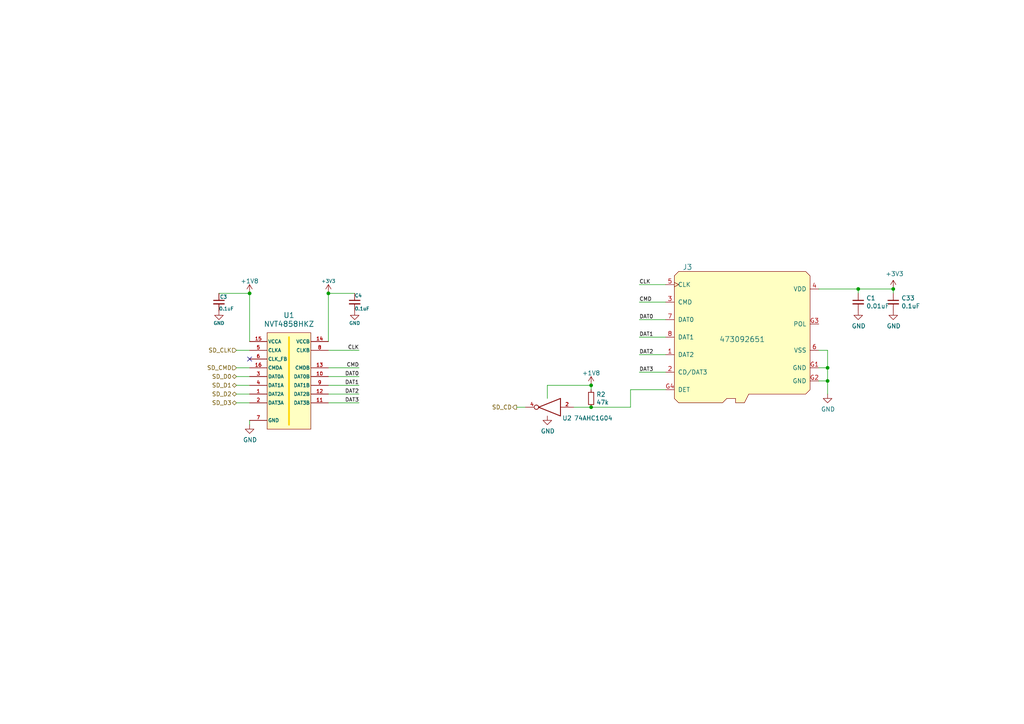
<source format=kicad_sch>
(kicad_sch (version 20250114) (generator "eeschema") (generator_version "9.0")
  (paper "A4")
  (lib_symbols
    (symbol "74xGxx:74AHC1G04" (pin_names (offset 1.016))
      (property "Reference" "U" (at -2.54 3.81 0))
      (property "Value" "74AHC1G04" (at 0 -3.81 0))
      (symbol "74AHC1G04_0_1"
        (polyline (pts (xy -3.81 2.54) (xy -3.81 -2.54) (xy 2.54 0) (xy -3.81 2.54)) (stroke (width 0.254)))
      )
      (symbol "74AHC1G04_1_1"
        (pin input line (at -7.62 0 0) (length 3.81) (name "~") (number "2"))
        (pin power_in line (at 0 2.54 90) (length 0) (hide yes) (name "VCC") (number "5"))
        (pin power_in line (at 0 -2.54 270) (length 0) (hide yes) (name "GND") (number "3"))
        (pin output inverted (at 6.35 0 180) (length 3.81) (name "~") (number "4"))
      )
    )
    (symbol "Device:C_Small" (pin_numbers (hide yes)) (pin_names (offset 0.254) (hide yes))
      (property "Reference" "C" (at 0.254 1.778 0))
      (property "Value" "C_Small" (at 0.254 -2.032 0))
      (symbol "C_Small_0_1"
        (polyline (pts (xy -1.524 0.508) (xy 1.524 0.508)) (stroke (width 0.3048)))
        (polyline (pts (xy -1.524 -0.508) (xy 1.524 -0.508)) (stroke (width 0.3302)))
      )
      (symbol "C_Small_1_1"
        (pin passive line (at 0 2.54 270) (length 2.032) (name "~") (number "1"))
        (pin passive line (at 0 -2.54 90) (length 2.032) (name "~") (number "2"))
      )
    )
    (symbol "Device:R_Small" (pin_numbers (hide yes)) (pin_names (offset 0.254) (hide yes))
      (property "Reference" "R" (at 0.762 0.508 0))
      (property "Value" "R_Small" (at 0.762 -1.016 0))
      (symbol "R_Small_0_1"
        (rectangle (start -0.762 1.778) (end 0.762 -1.778) (stroke (width 0.2032)))
      )
      (symbol "R_Small_1_1"
        (pin passive line (at 0 2.54 270) (length 0.762) (name "~") (number "1"))
        (pin passive line (at 0 -2.54 90) (length 0.762) (name "~") (number "2"))
      )
    )
    (symbol "NVT4858HKZ:NVT4858HKZ" (pin_names (offset 0.254))
      (property "Reference" "U" (at 21.844 19.304 0))
      (property "Value" "NVT4858HKZ" (at 21.844 14.224 0))
      (symbol "NVT4858HKZ_0_1"
        (pin power_in line (at -5.08 5.08 0) (length 5.08) (name "VCCA") (number "15"))
        (pin input line (at -5.08 2.54 0) (length 5.08) (name "CLKA") (number "5"))
        (pin output line (at -5.08 0 0) (length 5.08) (name "CLK_FB") (number "6"))
        (pin bidirectional line (at -5.08 -2.54 0) (length 5.08) (name "CMDA") (number "16"))
        (pin bidirectional line (at -5.08 -5.08 0) (length 5.08) (name "DAT0A") (number "3"))
        (pin bidirectional line (at -5.08 -7.62 0) (length 5.08) (name "DAT1A") (number "4"))
        (pin bidirectional line (at -5.08 -10.16 0) (length 5.08) (name "DAT2A") (number "1"))
        (pin bidirectional line (at -5.08 -12.7 0) (length 5.08) (name "DAT3A") (number "2"))
        (pin power_out line (at -5.08 -17.78 0) (length 5.08) (name "GND") (number "7"))
        (pin power_in line (at 17.78 5.08 180) (length 5.08) (name "VCCB") (number "14"))
        (pin output line (at 17.78 2.54 180) (length 5.08) (name "CLKB") (number "8"))
        (pin bidirectional line (at 17.78 -2.54 180) (length 5.08) (name "CMDB") (number "13"))
        (pin bidirectional line (at 17.78 -5.08 180) (length 5.08) (name "DAT0B") (number "10"))
        (pin bidirectional line (at 17.78 -7.62 180) (length 5.08) (name "DAT1B") (number "9"))
        (pin bidirectional line (at 17.78 -10.16 180) (length 5.08) (name "DAT2B") (number "12"))
        (pin bidirectional line (at 17.78 -12.7 180) (length 5.08) (name "DAT3B") (number "11"))
      )
      (symbol "NVT4858HKZ_1_1"
        (rectangle (start 0 7.62) (end 12.7 -20.32) (fill (type background)))
        (polyline (pts (xy 6.35 6.35) (xy 6.35 -19.05)) (stroke (width 0.5) (color 255 214 10 0.58)))
      )
    )
    (symbol "SD:0473093351" (pin_names (offset 1.016))
      (property "Reference" "J" (at -3.81 5.08 0))
      (property "Value" "0473093351" (at 12.7 5.08 0))
      (symbol "0473093351_0_1"
        (polyline (pts (xy -7.62 5.08) (xy -6.35 6.35) (xy 30.48 6.35) (xy 31.75 5.08) (xy 31.75 -27.94) (xy 30.48 -29.21) (xy 13.97 -29.21) (xy 12.7 -31.75) (xy 10.16 -31.75) (xy 10.16 -30.48) (xy 7.62 -30.48) (xy 6.35 -31.75) (xy -6.35 -31.75) (xy -7.62 -30.48) (xy -7.62 5.08)) (fill (type background)))
      )
      (symbol "0473093351_1_1"
        (pin input clock (at -10.16 2.54 0) (length 2.54) (name "CLK") (number "5"))
        (pin input line (at -10.16 -2.54 0) (length 2.54) (name "CMD") (number "3"))
        (pin bidirectional line (at -10.16 -7.62 0) (length 2.54) (name "DAT0") (number "7"))
        (pin bidirectional line (at -10.16 -12.7 0) (length 2.54) (name "DAT1") (number "8"))
        (pin bidirectional line (at -10.16 -17.78 0) (length 2.54) (name "DAT2") (number "1"))
        (pin bidirectional line (at -10.16 -22.86 0) (length 2.54) (name "CD/DAT3") (number "2"))
        (pin power_in line (at -10.16 -27.94 0) (length 2.54) (name "DET") (number "G4"))
        (pin bidirectional line (at 34.29 1.27 180) (length 2.54) (name "VDD") (number "4"))
        (pin power_in line (at 34.29 -8.89 180) (length 2.54) (name "POL") (number "G3"))
        (pin power_in line (at 34.29 -16.51 180) (length 2.54) (name "VSS") (number "6"))
        (pin power_in line (at 34.29 -21.59 180) (length 2.54) (name "GND") (number "G1"))
        (pin power_in line (at 34.29 -25.4 180) (length 2.54) (name "GND") (number "G2"))
      )
    )
    (symbol "power:+1V8" (power) (pin_names (offset 0))
      (property "Value" "+1V8" (at 0 3.556 0))
      (symbol "+1V8_0_1"
        (polyline (pts (xy -0.762 1.27) (xy 0 2.54)))
        (polyline (pts (xy 0 2.54) (xy 0.762 1.27)))
        (polyline (pts (xy 0 0) (xy 0 2.54)))
      )
      (symbol "+1V8_1_1"
        (pin power_in line (at 0 0 90) (length 0) (hide yes) (name "+1V8") (number "1"))
      )
    )
    (symbol "power:+3V3" (power) (pin_names (offset 0))
      (property "Value" "+3V3" (at 0 3.556 0))
      (symbol "+3V3_0_1"
        (polyline (pts (xy -0.762 1.27) (xy 0 2.54)))
        (polyline (pts (xy 0 2.54) (xy 0.762 1.27)))
        (polyline (pts (xy 0 0) (xy 0 2.54)))
      )
      (symbol "+3V3_1_1"
        (pin power_in line (at 0 0 90) (length 0) (hide yes) (name "+3V3") (number "1"))
      )
    )
    (symbol "power:GND" (power) (pin_names (offset 0))
      (property "Value" "GND" (at 0 -3.81 0))
      (symbol "GND_0_1"
        (polyline (pts (xy 0 0) (xy 0 -1.27) (xy 1.27 -1.27) (xy 0 -2.54) (xy -1.27 -1.27) (xy 0 -1.27)))
      )
      (symbol "GND_1_1"
        (pin power_in line (at 0 0 270) (length 0) (hide yes) (name "GND") (number "1"))
      )
    )
  )
  (junction (at 95.25 85.09))
  (junction (at 248.92 83.82))
  (junction (at 171.45 118.11))
  (junction (at 72.39 85.09))
  (junction (at 171.45 111.76))
  (junction (at 240.03 110.49))
  (junction (at 259.08 83.82))
  (junction (at 240.03 106.68))
  (no_connect (at 72.39 104.14))
  (wire (pts (xy 95.25 111.76) (xy 104.14 111.76)))
  (wire (pts (xy 166.37 118.11) (xy 171.45 118.11)))
  (wire (pts (xy 240.03 101.6) (xy 240.03 106.68)))
  (wire (pts (xy 237.49 83.82) (xy 248.92 83.82)))
  (wire (pts (xy 72.39 111.76) (xy 68.58 111.76)))
  (wire (pts (xy 182.88 118.11) (xy 171.45 118.11)))
  (wire (pts (xy 72.39 101.6) (xy 68.58 101.6)))
  (wire (pts (xy 193.04 82.55) (xy 185.42 82.55)))
  (wire (pts (xy 158.75 111.76) (xy 158.75 115.57)))
  (wire (pts (xy 95.25 114.3) (xy 104.14 114.3)))
  (wire (pts (xy 193.04 97.79) (xy 185.42 97.79)))
  (wire (pts (xy 193.04 87.63) (xy 185.42 87.63)))
  (wire (pts (xy 259.08 85.09) (xy 259.08 83.82)))
  (wire (pts (xy 240.03 106.68) (xy 240.03 110.49)))
  (wire (pts (xy 248.92 83.82) (xy 259.08 83.82)))
  (wire (pts (xy 95.25 106.68) (xy 104.14 106.68)))
  (wire (pts (xy 193.04 113.03) (xy 182.88 113.03)))
  (wire (pts (xy 72.39 114.3) (xy 68.58 114.3)))
  (wire (pts (xy 95.25 85.09) (xy 95.25 99.06)))
  (wire (pts (xy 102.87 85.09) (xy 95.25 85.09)))
  (wire (pts (xy 237.49 110.49) (xy 240.03 110.49)))
  (wire (pts (xy 95.25 101.6) (xy 104.14 101.6)))
  (wire (pts (xy 95.25 109.22) (xy 104.14 109.22)))
  (wire (pts (xy 152.4 118.11) (xy 149.86 118.11)))
  (wire (pts (xy 72.39 109.22) (xy 68.58 109.22)))
  (wire (pts (xy 95.25 116.84) (xy 104.14 116.84)))
  (wire (pts (xy 193.04 107.95) (xy 185.42 107.95)))
  (wire (pts (xy 240.03 110.49) (xy 240.03 114.3)))
  (wire (pts (xy 72.39 85.09) (xy 63.5 85.09)))
  (wire (pts (xy 240.03 101.6) (xy 237.49 101.6)))
  (wire (pts (xy 171.45 113.03) (xy 171.45 111.76)))
  (wire (pts (xy 72.39 123.19) (xy 72.39 121.92)))
  (wire (pts (xy 248.92 83.82) (xy 248.92 85.09)))
  (wire (pts (xy 182.88 113.03) (xy 182.88 118.11)))
  (wire (pts (xy 72.39 106.68) (xy 68.58 106.68)))
  (wire (pts (xy 193.04 102.87) (xy 185.42 102.87)))
  (wire (pts (xy 72.39 116.84) (xy 68.58 116.84)))
  (wire (pts (xy 193.04 92.71) (xy 185.42 92.71)))
  (wire (pts (xy 237.49 106.68) (xy 240.03 106.68)))
  (wire (pts (xy 171.45 111.76) (xy 158.75 111.76)))
  (wire (pts (xy 72.39 85.09) (xy 72.39 99.06)))
  (label "DAT0" (at 104.14 109.22 180) (effects (font (size 1.0922 1.0922))))
  (label "DAT2" (at 185.42 102.87 0) (effects (font (size 1.0922 1.0922))))
  (label "CLK" (at 104.14 101.6 180) (effects (font (size 1.0922 1.0922))))
  (label "DAT1" (at 185.42 97.79 0) (effects (font (size 1.0922 1.0922))))
  (label "DAT1" (at 104.14 111.76 180) (effects (font (size 1.0922 1.0922))))
  (label "CMD" (at 104.14 106.68 180) (effects (font (size 1.0922 1.0922))))
  (label "CLK" (at 185.42 82.55 0) (effects (font (size 1.0922 1.0922))))
  (label "DAT2" (at 104.14 114.3 180) (effects (font (size 1.0922 1.0922))))
  (label "DAT3" (at 104.14 116.84 180) (effects (font (size 1.0922 1.0922))))
  (label "DAT3" (at 185.42 107.95 0) (effects (font (size 1.0922 1.0922))))
  (label "CMD" (at 185.42 87.63 0) (effects (font (size 1.0922 1.0922))))
  (label "DAT0" (at 185.42 92.71 0) (effects (font (size 1.0922 1.0922))))
  (hierarchical_label "SD_CD" (shape output) (at 149.86 118.11 180) (effects (font (size 1.1938 1.1938))))
  (hierarchical_label "SD_D3" (shape bidirectional) (at 68.58 116.84 180) (effects (font (size 1.1938 1.1938))))
  (hierarchical_label "SD_D2" (shape bidirectional) (at 68.58 114.3 180) (effects (font (size 1.1938 1.1938))))
  (hierarchical_label "SD_D1" (shape bidirectional) (at 68.58 111.76 180) (effects (font (size 1.1938 1.1938))))
  (hierarchical_label "SD_D0" (shape bidirectional) (at 68.58 109.22 180) (effects (font (size 1.1938 1.1938))))
  (hierarchical_label "SD_CLK" (shape input) (at 68.58 101.6 180) (effects (font (size 1.1938 1.1938))))
  (hierarchical_label "SD_CMD" (shape input) (at 68.58 106.68 180) (effects (font (size 1.1938 1.1938))))
  (symbol (lib_id "Device:C_Small") (at 248.92 87.63 0) (unit 1)
    (property "Reference" "C1" (at 251.2568 86.4616 0) (effects (justify left)))
    (property "Value" "0.01uF" (at 251.2568 88.773 0) (effects (justify left)))
    (property "Footprint" "smd:C_0201_0603Metric" (effects (hide yes)))
    (property "Datasheet" "https://mm.digikey.com/Volume0/opasdata/d220001/medias/docus/41/CL03A104KQ3NNNC_SS.pdf" (effects (hide yes)))
    (property "Manufacturer_Part_Number" "CL03A104KQ3NNNC" (effects (hide yes)))
    (property "LCSC" "C285010" (effects (hide yes)))
  )
  (symbol (lib_id "74xGxx:74AHC1G04") (at 158.75 118.11 0) (mirror y) (unit 1)
    (property "Reference" "U2" (at 164.465 121.285 0))
    (property "Value" "74AHC1G04" (at 172.085 121.285 0))
    (property "Footprint" "Package_TO_SOT_SMD:SOT-353_SC-70-5" (effects (hide yes)))
    (property "Datasheet" "http://www.ti.com/lit/sg/scyt129e/scyt129e.pdf" (effects (hide yes)))
    (property "Manufacturer_Part_Number" "74AHC1G04SE-7" (effects (hide yes)))
    (property "LCSC" "C460485" (effects (hide yes)))
  )
  (symbol (lib_id "Device:R_Small") (at 171.45 115.57 0) (unit 1)
    (property "Reference" "R2" (at 172.9486 114.4016 0) (effects (justify left)))
    (property "Value" "47k" (at 172.9486 116.713 0) (effects (justify left)))
    (property "Footprint" "smd:R_0201_0603Metric" (effects (hide yes)))
    (property "Datasheet" "https://industrial.panasonic.com/cdbs/www-data/pdf/RDA0000/AOA0000C304.pdf" (effects (hide yes)))
    (property "Manufacturer_Part_Number" "1GNF4702C" (effects (hide yes)))
    (property "LCSC" "C270345" (effects (hide yes)))
  )
  (symbol (lib_id "power:GND") (at 158.75 120.65 0) (unit 1)
    (property "Reference" "#PWR0114" (effects (hide yes)))
    (property "Value" "GND" (at 158.877 125.0442 0))
  )
  (symbol (lib_id "power:GND") (at 240.03 114.3 0) (unit 1)
    (property "Reference" "#PWR0115" (effects (hide yes)))
    (property "Value" "GND" (at 240.157 118.6942 0))
  )
  (symbol (lib_id "power:GND") (at 248.92 90.17 0) (unit 1)
    (property "Reference" "#PWR0116" (effects (hide yes)))
    (property "Value" "GND" (at 249.047 94.5642 0))
  )
  (symbol (lib_id "SD:0473093351") (at 203.2 85.09 0) (unit 1)
    (property "Reference" "J3" (at 199.39 77.47 0) (effects (font (size 1.524 1.524))))
    (property "Value" "473092651" (at 215.265 98.425 0) (effects (font (size 1.524 1.524))))
    (property "Footprint" "smd:0473093351" (effects (hide yes)))
    (property "Datasheet" "https://www.molex.com/pdm_docs/ps/PS-47309-001.pdf" (effects (hide yes)))
    (property "Manufacturer_Part_Number" "473092651" (effects (hide yes)))
    (property "LCSC" "C587826" (effects (hide yes)))
  )
  (symbol (lib_id "power:GND") (at 72.39 123.19 0) (unit 1)
    (property "Reference" "#PWR039" (effects (hide yes)))
    (property "Value" "GND" (at 72.517 127.5842 0))
  )
  (symbol (lib_id "power:+1V8") (at 171.45 111.76 0) (unit 1)
    (property "Reference" "#PWR07" (effects (hide yes)))
    (property "Value" "+1V8" (at 171.45 108.204 0))
  )
  (symbol (lib_id "power:GND") (at 63.5 90.17 0) (unit 1)
    (property "Reference" "#PWR035" (effects (hide yes)))
    (property "Value" "GND" (at 63.5 93.726 0) (effects (font (size 1 1))))
  )
  (symbol (lib_id "NVT4858HKZ:NVT4858HKZ") (at 77.47 104.14 0) (unit 1)
    (property "Reference" "U1" (at 83.82 91.44 0) (effects (font (size 1.524 1.524))))
    (property "Value" "NVT4858HKZ" (at 83.82 93.98 0) (effects (font (size 1.524 1.524))))
    (property "Footprint" "smd:NVT4858_NXP" (effects (hide yes)))
    (property "Datasheet" "NVT4858HKZ" (effects (hide yes)))
    (property "LCSC" "C3035811" (effects (hide yes)))
    (property "Manufacturer_Part_Number" " NVT4858HKZ" (effects (hide yes)))
  )
  (symbol (lib_id "Device:C_Small") (at 102.87 87.63 0) (unit 1)
    (property "Reference" "C4" (at 102.87 85.725 0) (effects (font (size 1 1)) (justify left)))
    (property "Value" "0.1uF" (at 102.87 89.535 0) (effects (font (size 1 1)) (justify left)))
    (property "Footprint" "smd:C_0201_0603Metric" (effects (hide yes)))
    (property "Datasheet" "https://mm.digikey.com/Volume0/opasdata/d220001/medias/docus/41/CL03A104KQ3NNNC_SS.pdf" (effects (hide yes)))
    (property "Manufacturer_Part_Number" "0201X104K160NT" (effects (hide yes)))
    (property "LCSC" "C2846674" (effects (hide yes)))
  )
  (symbol (lib_id "Device:C_Small") (at 63.5 87.63 0) (unit 1)
    (property "Reference" "C3" (at 63.754 86.106 0) (effects (font (size 1 1)) (justify left)))
    (property "Value" "0.1uF" (at 63.5 89.535 0) (effects (font (size 1 1)) (justify left)))
    (property "Footprint" "smd:C_0201_0603Metric" (effects (hide yes)))
    (property "Datasheet" "https://mm.digikey.com/Volume0/opasdata/d220001/medias/docus/41/CL03A104KQ3NNNC_SS.pdf" (effects (hide yes)))
    (property "Manufacturer_Part_Number" "0201X104K160NT" (effects (hide yes)))
    (property "LCSC" "C2846674" (effects (hide yes)))
  )
  (symbol (lib_id "power:+3V3") (at 259.08 83.82 0) (unit 1)
    (property "Reference" "#PWR08" (effects (hide yes)))
    (property "Value" "+3V3" (at 259.461 79.4258 0))
  )
  (symbol (lib_id "power:GND") (at 259.08 90.17 0) (unit 1)
    (property "Reference" "#PWR080" (effects (hide yes)))
    (property "Value" "GND" (at 259.207 94.5642 0))
  )
  (symbol (lib_id "power:+3V3") (at 95.25 85.09 0) (unit 1)
    (property "Reference" "#PWR034" (effects (hide yes)))
    (property "Value" "+3V3" (at 95.25 81.534 0) (effects (font (size 1 1))))
  )
  (symbol (lib_id "power:GND") (at 102.87 90.17 0) (unit 1)
    (property "Reference" "#PWR038" (effects (hide yes)))
    (property "Value" "GND" (at 102.87 93.726 0) (effects (font (size 1 1))))
  )
  (symbol (lib_id "power:+1V8") (at 72.39 85.09 0) (unit 1)
    (property "Reference" "#PWR012" (effects (hide yes)))
    (property "Value" "+1V8" (at 72.39 81.534 0))
  )
  (symbol (lib_id "Device:C_Small") (at 259.08 87.63 0) (unit 1)
    (property "Reference" "C33" (at 261.4168 86.4616 0) (effects (justify left)))
    (property "Value" "0.1uF" (at 261.4168 88.773 0) (effects (justify left)))
    (property "Footprint" "smd:C_0201_0603Metric" (effects (hide yes)))
    (property "Datasheet" "https://mm.digikey.com/Volume0/opasdata/d220001/medias/docus/41/CL03A104KQ3NNNC_SS.pdf" (effects (hide yes)))
    (property "Manufacturer_Part_Number" "0201X104K160NT" (effects (hide yes)))
    (property "LCSC" "C2846674" (effects (hide yes)))
  )
)
</source>
